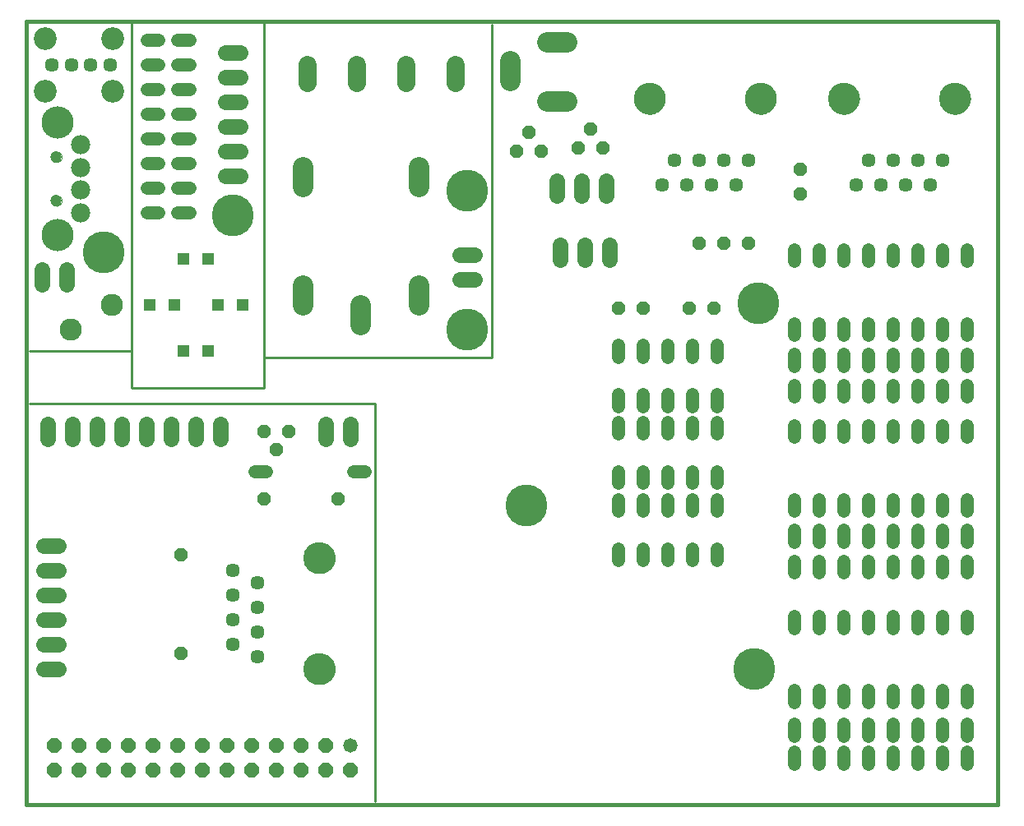
<source format=gts>
G75*
%MOIN*%
%OFA0B0*%
%FSLAX24Y24*%
%IPPOS*%
%LPD*%
%AMOC8*
5,1,8,0,0,1.08239X$1,22.5*
%
%ADD10C,0.0160*%
%ADD11C,0.0100*%
%ADD12C,0.0571*%
%ADD13C,0.0000*%
%ADD14C,0.1288*%
%ADD15OC8,0.0520*%
%ADD16C,0.0520*%
%ADD17C,0.0640*%
%ADD18C,0.0820*%
%ADD19C,0.0745*%
%ADD20C,0.0827*%
%ADD21C,0.0580*%
%ADD22OC8,0.0580*%
%ADD23C,0.0780*%
%ADD24C,0.1306*%
%ADD25C,0.0473*%
%ADD26C,0.0926*%
%ADD27C,0.0900*%
%ADD28R,0.0512X0.0512*%
%ADD29C,0.1700*%
D10*
X005898Y000275D02*
X005898Y032021D01*
X045268Y032021D01*
X045268Y000275D01*
X005898Y000275D01*
D11*
X020023Y000400D02*
X020023Y016525D01*
X006023Y016525D01*
X006023Y018650D02*
X010148Y018650D01*
X010148Y017150D01*
X015523Y017150D01*
X015523Y018400D01*
X024773Y018400D01*
X024773Y031900D01*
X015523Y032025D02*
X015523Y018400D01*
X010148Y018650D02*
X010148Y032025D01*
D12*
X009297Y030275D03*
X008510Y030275D03*
X007723Y030275D03*
X006935Y030275D03*
X031648Y025400D03*
X032648Y025400D03*
X033648Y025400D03*
X034648Y025400D03*
X035148Y026400D03*
X034148Y026400D03*
X033148Y026400D03*
X032148Y026400D03*
X039523Y025400D03*
X040523Y025400D03*
X041523Y025400D03*
X042523Y025400D03*
X043023Y026400D03*
X042023Y026400D03*
X041023Y026400D03*
X040023Y026400D03*
X015273Y009275D03*
X014273Y008775D03*
X015273Y008275D03*
X014273Y007775D03*
X015273Y007275D03*
X014273Y006775D03*
X015273Y006275D03*
X014273Y009775D03*
D13*
X017149Y010275D02*
X017151Y010325D01*
X017157Y010374D01*
X017167Y010422D01*
X017180Y010470D01*
X017198Y010517D01*
X017219Y010562D01*
X017243Y010605D01*
X017271Y010646D01*
X017302Y010684D01*
X017336Y010721D01*
X017373Y010754D01*
X017412Y010784D01*
X017454Y010811D01*
X017497Y010835D01*
X017543Y010855D01*
X017590Y010871D01*
X017638Y010884D01*
X017686Y010893D01*
X017736Y010898D01*
X017785Y010899D01*
X017835Y010896D01*
X017884Y010889D01*
X017933Y010878D01*
X017980Y010864D01*
X018026Y010845D01*
X018071Y010823D01*
X018113Y010798D01*
X018154Y010769D01*
X018192Y010738D01*
X018227Y010703D01*
X018260Y010665D01*
X018289Y010626D01*
X018315Y010583D01*
X018338Y010539D01*
X018357Y010494D01*
X018373Y010446D01*
X018385Y010398D01*
X018393Y010349D01*
X018397Y010300D01*
X018397Y010250D01*
X018393Y010201D01*
X018385Y010152D01*
X018373Y010104D01*
X018357Y010056D01*
X018338Y010011D01*
X018315Y009967D01*
X018289Y009924D01*
X018260Y009885D01*
X018227Y009847D01*
X018192Y009812D01*
X018154Y009781D01*
X018113Y009752D01*
X018071Y009727D01*
X018026Y009705D01*
X017980Y009686D01*
X017933Y009672D01*
X017884Y009661D01*
X017835Y009654D01*
X017785Y009651D01*
X017736Y009652D01*
X017686Y009657D01*
X017638Y009666D01*
X017590Y009679D01*
X017543Y009695D01*
X017497Y009715D01*
X017454Y009739D01*
X017412Y009766D01*
X017373Y009796D01*
X017336Y009829D01*
X017302Y009866D01*
X017271Y009904D01*
X017243Y009945D01*
X017219Y009988D01*
X017198Y010033D01*
X017180Y010080D01*
X017167Y010128D01*
X017157Y010176D01*
X017151Y010225D01*
X017149Y010275D01*
X017149Y005775D02*
X017151Y005825D01*
X017157Y005874D01*
X017167Y005922D01*
X017180Y005970D01*
X017198Y006017D01*
X017219Y006062D01*
X017243Y006105D01*
X017271Y006146D01*
X017302Y006184D01*
X017336Y006221D01*
X017373Y006254D01*
X017412Y006284D01*
X017454Y006311D01*
X017497Y006335D01*
X017543Y006355D01*
X017590Y006371D01*
X017638Y006384D01*
X017686Y006393D01*
X017736Y006398D01*
X017785Y006399D01*
X017835Y006396D01*
X017884Y006389D01*
X017933Y006378D01*
X017980Y006364D01*
X018026Y006345D01*
X018071Y006323D01*
X018113Y006298D01*
X018154Y006269D01*
X018192Y006238D01*
X018227Y006203D01*
X018260Y006165D01*
X018289Y006126D01*
X018315Y006083D01*
X018338Y006039D01*
X018357Y005994D01*
X018373Y005946D01*
X018385Y005898D01*
X018393Y005849D01*
X018397Y005800D01*
X018397Y005750D01*
X018393Y005701D01*
X018385Y005652D01*
X018373Y005604D01*
X018357Y005556D01*
X018338Y005511D01*
X018315Y005467D01*
X018289Y005424D01*
X018260Y005385D01*
X018227Y005347D01*
X018192Y005312D01*
X018154Y005281D01*
X018113Y005252D01*
X018071Y005227D01*
X018026Y005205D01*
X017980Y005186D01*
X017933Y005172D01*
X017884Y005161D01*
X017835Y005154D01*
X017785Y005151D01*
X017736Y005152D01*
X017686Y005157D01*
X017638Y005166D01*
X017590Y005179D01*
X017543Y005195D01*
X017497Y005215D01*
X017454Y005239D01*
X017412Y005266D01*
X017373Y005296D01*
X017336Y005329D01*
X017302Y005366D01*
X017271Y005404D01*
X017243Y005445D01*
X017219Y005488D01*
X017198Y005533D01*
X017180Y005580D01*
X017167Y005628D01*
X017157Y005676D01*
X017151Y005725D01*
X017149Y005775D01*
X006892Y024764D02*
X006894Y024793D01*
X006900Y024821D01*
X006909Y024849D01*
X006922Y024875D01*
X006939Y024898D01*
X006958Y024920D01*
X006980Y024939D01*
X007005Y024954D01*
X007031Y024967D01*
X007059Y024975D01*
X007087Y024980D01*
X007116Y024981D01*
X007145Y024978D01*
X007173Y024971D01*
X007200Y024961D01*
X007226Y024947D01*
X007249Y024930D01*
X007270Y024910D01*
X007288Y024887D01*
X007303Y024862D01*
X007314Y024835D01*
X007322Y024807D01*
X007326Y024778D01*
X007326Y024750D01*
X007322Y024721D01*
X007314Y024693D01*
X007303Y024666D01*
X007288Y024641D01*
X007270Y024618D01*
X007249Y024598D01*
X007226Y024581D01*
X007200Y024567D01*
X007173Y024557D01*
X007145Y024550D01*
X007116Y024547D01*
X007087Y024548D01*
X007059Y024553D01*
X007031Y024561D01*
X007005Y024574D01*
X006980Y024589D01*
X006958Y024608D01*
X006939Y024630D01*
X006922Y024653D01*
X006909Y024679D01*
X006900Y024707D01*
X006894Y024735D01*
X006892Y024764D01*
X006892Y026536D02*
X006894Y026565D01*
X006900Y026593D01*
X006909Y026621D01*
X006922Y026647D01*
X006939Y026670D01*
X006958Y026692D01*
X006980Y026711D01*
X007005Y026726D01*
X007031Y026739D01*
X007059Y026747D01*
X007087Y026752D01*
X007116Y026753D01*
X007145Y026750D01*
X007173Y026743D01*
X007200Y026733D01*
X007226Y026719D01*
X007249Y026702D01*
X007270Y026682D01*
X007288Y026659D01*
X007303Y026634D01*
X007314Y026607D01*
X007322Y026579D01*
X007326Y026550D01*
X007326Y026522D01*
X007322Y026493D01*
X007314Y026465D01*
X007303Y026438D01*
X007288Y026413D01*
X007270Y026390D01*
X007249Y026370D01*
X007226Y026353D01*
X007200Y026339D01*
X007173Y026329D01*
X007145Y026322D01*
X007116Y026319D01*
X007087Y026320D01*
X007059Y026325D01*
X007031Y026333D01*
X007005Y026346D01*
X006980Y026361D01*
X006958Y026380D01*
X006939Y026402D01*
X006922Y026425D01*
X006909Y026451D01*
X006900Y026479D01*
X006894Y026507D01*
X006892Y026536D01*
X030524Y028900D02*
X030526Y028950D01*
X030532Y028999D01*
X030542Y029047D01*
X030555Y029095D01*
X030573Y029142D01*
X030594Y029187D01*
X030618Y029230D01*
X030646Y029271D01*
X030677Y029309D01*
X030711Y029346D01*
X030748Y029379D01*
X030787Y029409D01*
X030829Y029436D01*
X030872Y029460D01*
X030918Y029480D01*
X030965Y029496D01*
X031013Y029509D01*
X031061Y029518D01*
X031111Y029523D01*
X031160Y029524D01*
X031210Y029521D01*
X031259Y029514D01*
X031308Y029503D01*
X031355Y029489D01*
X031401Y029470D01*
X031446Y029448D01*
X031488Y029423D01*
X031529Y029394D01*
X031567Y029363D01*
X031602Y029328D01*
X031635Y029290D01*
X031664Y029251D01*
X031690Y029208D01*
X031713Y029164D01*
X031732Y029119D01*
X031748Y029071D01*
X031760Y029023D01*
X031768Y028974D01*
X031772Y028925D01*
X031772Y028875D01*
X031768Y028826D01*
X031760Y028777D01*
X031748Y028729D01*
X031732Y028681D01*
X031713Y028636D01*
X031690Y028592D01*
X031664Y028549D01*
X031635Y028510D01*
X031602Y028472D01*
X031567Y028437D01*
X031529Y028406D01*
X031488Y028377D01*
X031446Y028352D01*
X031401Y028330D01*
X031355Y028311D01*
X031308Y028297D01*
X031259Y028286D01*
X031210Y028279D01*
X031160Y028276D01*
X031111Y028277D01*
X031061Y028282D01*
X031013Y028291D01*
X030965Y028304D01*
X030918Y028320D01*
X030872Y028340D01*
X030829Y028364D01*
X030787Y028391D01*
X030748Y028421D01*
X030711Y028454D01*
X030677Y028491D01*
X030646Y028529D01*
X030618Y028570D01*
X030594Y028613D01*
X030573Y028658D01*
X030555Y028705D01*
X030542Y028753D01*
X030532Y028801D01*
X030526Y028850D01*
X030524Y028900D01*
X035024Y028900D02*
X035026Y028950D01*
X035032Y028999D01*
X035042Y029047D01*
X035055Y029095D01*
X035073Y029142D01*
X035094Y029187D01*
X035118Y029230D01*
X035146Y029271D01*
X035177Y029309D01*
X035211Y029346D01*
X035248Y029379D01*
X035287Y029409D01*
X035329Y029436D01*
X035372Y029460D01*
X035418Y029480D01*
X035465Y029496D01*
X035513Y029509D01*
X035561Y029518D01*
X035611Y029523D01*
X035660Y029524D01*
X035710Y029521D01*
X035759Y029514D01*
X035808Y029503D01*
X035855Y029489D01*
X035901Y029470D01*
X035946Y029448D01*
X035988Y029423D01*
X036029Y029394D01*
X036067Y029363D01*
X036102Y029328D01*
X036135Y029290D01*
X036164Y029251D01*
X036190Y029208D01*
X036213Y029164D01*
X036232Y029119D01*
X036248Y029071D01*
X036260Y029023D01*
X036268Y028974D01*
X036272Y028925D01*
X036272Y028875D01*
X036268Y028826D01*
X036260Y028777D01*
X036248Y028729D01*
X036232Y028681D01*
X036213Y028636D01*
X036190Y028592D01*
X036164Y028549D01*
X036135Y028510D01*
X036102Y028472D01*
X036067Y028437D01*
X036029Y028406D01*
X035988Y028377D01*
X035946Y028352D01*
X035901Y028330D01*
X035855Y028311D01*
X035808Y028297D01*
X035759Y028286D01*
X035710Y028279D01*
X035660Y028276D01*
X035611Y028277D01*
X035561Y028282D01*
X035513Y028291D01*
X035465Y028304D01*
X035418Y028320D01*
X035372Y028340D01*
X035329Y028364D01*
X035287Y028391D01*
X035248Y028421D01*
X035211Y028454D01*
X035177Y028491D01*
X035146Y028529D01*
X035118Y028570D01*
X035094Y028613D01*
X035073Y028658D01*
X035055Y028705D01*
X035042Y028753D01*
X035032Y028801D01*
X035026Y028850D01*
X035024Y028900D01*
X038399Y028900D02*
X038401Y028950D01*
X038407Y028999D01*
X038417Y029047D01*
X038430Y029095D01*
X038448Y029142D01*
X038469Y029187D01*
X038493Y029230D01*
X038521Y029271D01*
X038552Y029309D01*
X038586Y029346D01*
X038623Y029379D01*
X038662Y029409D01*
X038704Y029436D01*
X038747Y029460D01*
X038793Y029480D01*
X038840Y029496D01*
X038888Y029509D01*
X038936Y029518D01*
X038986Y029523D01*
X039035Y029524D01*
X039085Y029521D01*
X039134Y029514D01*
X039183Y029503D01*
X039230Y029489D01*
X039276Y029470D01*
X039321Y029448D01*
X039363Y029423D01*
X039404Y029394D01*
X039442Y029363D01*
X039477Y029328D01*
X039510Y029290D01*
X039539Y029251D01*
X039565Y029208D01*
X039588Y029164D01*
X039607Y029119D01*
X039623Y029071D01*
X039635Y029023D01*
X039643Y028974D01*
X039647Y028925D01*
X039647Y028875D01*
X039643Y028826D01*
X039635Y028777D01*
X039623Y028729D01*
X039607Y028681D01*
X039588Y028636D01*
X039565Y028592D01*
X039539Y028549D01*
X039510Y028510D01*
X039477Y028472D01*
X039442Y028437D01*
X039404Y028406D01*
X039363Y028377D01*
X039321Y028352D01*
X039276Y028330D01*
X039230Y028311D01*
X039183Y028297D01*
X039134Y028286D01*
X039085Y028279D01*
X039035Y028276D01*
X038986Y028277D01*
X038936Y028282D01*
X038888Y028291D01*
X038840Y028304D01*
X038793Y028320D01*
X038747Y028340D01*
X038704Y028364D01*
X038662Y028391D01*
X038623Y028421D01*
X038586Y028454D01*
X038552Y028491D01*
X038521Y028529D01*
X038493Y028570D01*
X038469Y028613D01*
X038448Y028658D01*
X038430Y028705D01*
X038417Y028753D01*
X038407Y028801D01*
X038401Y028850D01*
X038399Y028900D01*
X042899Y028900D02*
X042901Y028950D01*
X042907Y028999D01*
X042917Y029047D01*
X042930Y029095D01*
X042948Y029142D01*
X042969Y029187D01*
X042993Y029230D01*
X043021Y029271D01*
X043052Y029309D01*
X043086Y029346D01*
X043123Y029379D01*
X043162Y029409D01*
X043204Y029436D01*
X043247Y029460D01*
X043293Y029480D01*
X043340Y029496D01*
X043388Y029509D01*
X043436Y029518D01*
X043486Y029523D01*
X043535Y029524D01*
X043585Y029521D01*
X043634Y029514D01*
X043683Y029503D01*
X043730Y029489D01*
X043776Y029470D01*
X043821Y029448D01*
X043863Y029423D01*
X043904Y029394D01*
X043942Y029363D01*
X043977Y029328D01*
X044010Y029290D01*
X044039Y029251D01*
X044065Y029208D01*
X044088Y029164D01*
X044107Y029119D01*
X044123Y029071D01*
X044135Y029023D01*
X044143Y028974D01*
X044147Y028925D01*
X044147Y028875D01*
X044143Y028826D01*
X044135Y028777D01*
X044123Y028729D01*
X044107Y028681D01*
X044088Y028636D01*
X044065Y028592D01*
X044039Y028549D01*
X044010Y028510D01*
X043977Y028472D01*
X043942Y028437D01*
X043904Y028406D01*
X043863Y028377D01*
X043821Y028352D01*
X043776Y028330D01*
X043730Y028311D01*
X043683Y028297D01*
X043634Y028286D01*
X043585Y028279D01*
X043535Y028276D01*
X043486Y028277D01*
X043436Y028282D01*
X043388Y028291D01*
X043340Y028304D01*
X043293Y028320D01*
X043247Y028340D01*
X043204Y028364D01*
X043162Y028391D01*
X043123Y028421D01*
X043086Y028454D01*
X043052Y028491D01*
X043021Y028529D01*
X042993Y028570D01*
X042969Y028613D01*
X042948Y028658D01*
X042930Y028705D01*
X042917Y028753D01*
X042907Y028801D01*
X042901Y028850D01*
X042899Y028900D01*
D14*
X043523Y028900D03*
X039023Y028900D03*
X035648Y028900D03*
X031148Y028900D03*
X017773Y010275D03*
X017773Y005775D03*
D15*
X012148Y006400D03*
X012148Y010400D03*
X015523Y012650D03*
X016023Y014650D03*
X016523Y015400D03*
X015523Y015400D03*
X018523Y012650D03*
X029898Y020400D03*
X030898Y020400D03*
X032773Y020400D03*
X033773Y020400D03*
X034148Y023025D03*
X035148Y023025D03*
X033148Y023025D03*
X037273Y025025D03*
X037273Y026025D03*
X029273Y026900D03*
X028773Y027650D03*
X028273Y026900D03*
X026773Y026775D03*
X026273Y027525D03*
X025773Y026775D03*
D16*
X029898Y018890D02*
X029898Y018410D01*
X030898Y018410D02*
X030898Y018890D01*
X031898Y018890D02*
X031898Y018410D01*
X032898Y018410D02*
X032898Y018890D01*
X033898Y018890D02*
X033898Y018410D01*
X033898Y016890D02*
X033898Y016410D01*
X033898Y015765D02*
X033898Y015285D01*
X032898Y015285D02*
X032898Y015765D01*
X032898Y016410D02*
X032898Y016890D01*
X031898Y016890D02*
X031898Y016410D01*
X031898Y015765D02*
X031898Y015285D01*
X030898Y015285D02*
X030898Y015765D01*
X030898Y016410D02*
X030898Y016890D01*
X029898Y016890D02*
X029898Y016410D01*
X029898Y015765D02*
X029898Y015285D01*
X029898Y013765D02*
X029898Y013285D01*
X029898Y012640D02*
X029898Y012160D01*
X030898Y012160D02*
X030898Y012640D01*
X030898Y013285D02*
X030898Y013765D01*
X031898Y013765D02*
X031898Y013285D01*
X031898Y012640D02*
X031898Y012160D01*
X032898Y012160D02*
X032898Y012640D01*
X032898Y013285D02*
X032898Y013765D01*
X033898Y013765D02*
X033898Y013285D01*
X033898Y012640D02*
X033898Y012160D01*
X033898Y010640D02*
X033898Y010160D01*
X032898Y010160D02*
X032898Y010640D01*
X031898Y010640D02*
X031898Y010160D01*
X030898Y010160D02*
X030898Y010640D01*
X029898Y010640D02*
X029898Y010160D01*
X037023Y010140D02*
X037023Y009660D01*
X038023Y009660D02*
X038023Y010140D01*
X038023Y010910D02*
X038023Y011390D01*
X038023Y012160D02*
X038023Y012640D01*
X039023Y012640D02*
X039023Y012160D01*
X039023Y011390D02*
X039023Y010910D01*
X039023Y010140D02*
X039023Y009660D01*
X040023Y009660D02*
X040023Y010140D01*
X040023Y010910D02*
X040023Y011390D01*
X040023Y012160D02*
X040023Y012640D01*
X041023Y012640D02*
X041023Y012160D01*
X041023Y011390D02*
X041023Y010910D01*
X041023Y010140D02*
X041023Y009660D01*
X042023Y009660D02*
X042023Y010140D01*
X042023Y010910D02*
X042023Y011390D01*
X042023Y012160D02*
X042023Y012640D01*
X043023Y012640D02*
X043023Y012160D01*
X043023Y011390D02*
X043023Y010910D01*
X043023Y010140D02*
X043023Y009660D01*
X044023Y009660D02*
X044023Y010140D01*
X044023Y010910D02*
X044023Y011390D01*
X044023Y012160D02*
X044023Y012640D01*
X044023Y015160D02*
X044023Y015640D01*
X043023Y015640D02*
X043023Y015160D01*
X042023Y015160D02*
X042023Y015640D01*
X041023Y015640D02*
X041023Y015160D01*
X040023Y015160D02*
X040023Y015640D01*
X039023Y015640D02*
X039023Y015160D01*
X038023Y015160D02*
X038023Y015640D01*
X037023Y015640D02*
X037023Y015160D01*
X037023Y016785D02*
X037023Y017265D01*
X037023Y018035D02*
X037023Y018515D01*
X038023Y018515D02*
X038023Y018035D01*
X038023Y017265D02*
X038023Y016785D01*
X039023Y016785D02*
X039023Y017265D01*
X039023Y018035D02*
X039023Y018515D01*
X039023Y019285D02*
X039023Y019765D01*
X038023Y019765D02*
X038023Y019285D01*
X037023Y019285D02*
X037023Y019765D01*
X037023Y022285D02*
X037023Y022765D01*
X038023Y022765D02*
X038023Y022285D01*
X039023Y022285D02*
X039023Y022765D01*
X040023Y022765D02*
X040023Y022285D01*
X041023Y022285D02*
X041023Y022765D01*
X042023Y022765D02*
X042023Y022285D01*
X043023Y022285D02*
X043023Y022765D01*
X044023Y022765D02*
X044023Y022285D01*
X044023Y019765D02*
X044023Y019285D01*
X043023Y019285D02*
X043023Y019765D01*
X042023Y019765D02*
X042023Y019285D01*
X041023Y019285D02*
X041023Y019765D01*
X040023Y019765D02*
X040023Y019285D01*
X040023Y018515D02*
X040023Y018035D01*
X040023Y017265D02*
X040023Y016785D01*
X041023Y016785D02*
X041023Y017265D01*
X041023Y018035D02*
X041023Y018515D01*
X042023Y018515D02*
X042023Y018035D01*
X042023Y017265D02*
X042023Y016785D01*
X043023Y016785D02*
X043023Y017265D01*
X043023Y018035D02*
X043023Y018515D01*
X044023Y018515D02*
X044023Y018035D01*
X044023Y017265D02*
X044023Y016785D01*
X037023Y012640D02*
X037023Y012160D01*
X037023Y011390D02*
X037023Y010910D01*
X037023Y007890D02*
X037023Y007410D01*
X038023Y007410D02*
X038023Y007890D01*
X039023Y007890D02*
X039023Y007410D01*
X040023Y007410D02*
X040023Y007890D01*
X041023Y007890D02*
X041023Y007410D01*
X042023Y007410D02*
X042023Y007890D01*
X043023Y007890D02*
X043023Y007410D01*
X044023Y007410D02*
X044023Y007890D01*
X044023Y004890D02*
X044023Y004410D01*
X044023Y003515D02*
X044023Y003035D01*
X044023Y002390D02*
X044023Y001910D01*
X043023Y001910D02*
X043023Y002390D01*
X043023Y003035D02*
X043023Y003515D01*
X043023Y004410D02*
X043023Y004890D01*
X042023Y004890D02*
X042023Y004410D01*
X042023Y003515D02*
X042023Y003035D01*
X042023Y002390D02*
X042023Y001910D01*
X041023Y001910D02*
X041023Y002390D01*
X041023Y003035D02*
X041023Y003515D01*
X041023Y004410D02*
X041023Y004890D01*
X040023Y004890D02*
X040023Y004410D01*
X040023Y003515D02*
X040023Y003035D01*
X040023Y002390D02*
X040023Y001910D01*
X039023Y001910D02*
X039023Y002390D01*
X039023Y003035D02*
X039023Y003515D01*
X039023Y004410D02*
X039023Y004890D01*
X038023Y004890D02*
X038023Y004410D01*
X038023Y003515D02*
X038023Y003035D01*
X038023Y002390D02*
X038023Y001910D01*
X037023Y001910D02*
X037023Y002390D01*
X037023Y003035D02*
X037023Y003515D01*
X037023Y004410D02*
X037023Y004890D01*
X019638Y013775D02*
X019158Y013775D01*
X015638Y013775D02*
X015158Y013775D01*
X012513Y024275D02*
X012033Y024275D01*
X011263Y024275D02*
X010783Y024275D01*
X010783Y025275D02*
X011263Y025275D01*
X012033Y025275D02*
X012513Y025275D01*
X012513Y026275D02*
X012033Y026275D01*
X011263Y026275D02*
X010783Y026275D01*
X010783Y027275D02*
X011263Y027275D01*
X012033Y027275D02*
X012513Y027275D01*
X012513Y028275D02*
X012033Y028275D01*
X011263Y028275D02*
X010783Y028275D01*
X010783Y029275D02*
X011263Y029275D01*
X012033Y029275D02*
X012513Y029275D01*
X012513Y030275D02*
X012033Y030275D01*
X011263Y030275D02*
X010783Y030275D01*
X010783Y031275D02*
X011263Y031275D01*
X012033Y031275D02*
X012513Y031275D01*
D17*
X013973Y030775D02*
X014573Y030775D01*
X014573Y029775D02*
X013973Y029775D01*
X013973Y028775D02*
X014573Y028775D01*
X014573Y027775D02*
X013973Y027775D01*
X013973Y026775D02*
X014573Y026775D01*
X014573Y025775D02*
X013973Y025775D01*
X007523Y021950D02*
X007523Y021350D01*
X006523Y021350D02*
X006523Y021950D01*
X006773Y015700D02*
X006773Y015100D01*
X007773Y015100D02*
X007773Y015700D01*
X008773Y015700D02*
X008773Y015100D01*
X009773Y015100D02*
X009773Y015700D01*
X010773Y015700D02*
X010773Y015100D01*
X011773Y015100D02*
X011773Y015700D01*
X012773Y015700D02*
X012773Y015100D01*
X013773Y015100D02*
X013773Y015700D01*
X018023Y015700D02*
X018023Y015100D01*
X019023Y015100D02*
X019023Y015700D01*
X023471Y021570D02*
X024071Y021570D01*
X024071Y022570D02*
X023471Y022570D01*
X027523Y022350D02*
X027523Y022950D01*
X028523Y022950D02*
X028523Y022350D01*
X029523Y022350D02*
X029523Y022950D01*
X029398Y024975D02*
X029398Y025575D01*
X028398Y025575D02*
X028398Y024975D01*
X027398Y024975D02*
X027398Y025575D01*
X007198Y010775D02*
X006598Y010775D01*
X006598Y009775D02*
X007198Y009775D01*
X007198Y008775D02*
X006598Y008775D01*
X006598Y007775D02*
X007198Y007775D01*
X007198Y006775D02*
X006598Y006775D01*
X006598Y005775D02*
X007198Y005775D01*
D18*
X019444Y019741D02*
X019444Y020521D01*
X017094Y020541D02*
X017094Y021321D01*
X021794Y021321D02*
X021794Y020541D01*
X021794Y025341D02*
X021794Y026121D01*
X017094Y026121D02*
X017094Y025341D01*
D19*
X017302Y029544D02*
X017302Y030249D01*
X019302Y030249D02*
X019302Y029544D01*
X021302Y029544D02*
X021302Y030249D01*
X023302Y030249D02*
X023302Y029544D01*
D20*
X025508Y029631D02*
X025508Y030419D01*
X027004Y031206D02*
X027792Y031206D01*
X027792Y028805D02*
X027004Y028805D01*
D21*
X019023Y002650D03*
D22*
X018023Y002650D03*
X017023Y002650D03*
X016023Y002650D03*
X015023Y002650D03*
X015023Y001650D03*
X016023Y001650D03*
X017023Y001650D03*
X018023Y001650D03*
X019023Y001650D03*
X014023Y001650D03*
X013023Y001650D03*
X012023Y001650D03*
X011023Y001650D03*
X010023Y001650D03*
X010023Y002650D03*
X011023Y002650D03*
X012023Y002650D03*
X013023Y002650D03*
X014023Y002650D03*
X009023Y002650D03*
X008023Y002650D03*
X007023Y002650D03*
X007023Y001650D03*
X008023Y001650D03*
X009023Y001650D03*
D23*
X008093Y024272D03*
X008093Y025206D03*
X008093Y026094D03*
X008093Y027028D03*
D24*
X007148Y027933D03*
X007148Y023367D03*
D25*
X007109Y024764D03*
X007109Y026536D03*
D26*
X006648Y029204D03*
X006648Y031346D03*
X009404Y031346D03*
X009404Y029204D03*
D27*
X009365Y020525D03*
X007681Y019525D03*
D28*
X010898Y020525D03*
X011898Y020525D03*
X013648Y020525D03*
X014648Y020525D03*
X013273Y018650D03*
X012273Y018650D03*
X012273Y022400D03*
X013273Y022400D03*
D29*
X014273Y024150D03*
X009023Y022650D03*
X023773Y025150D03*
X023773Y019525D03*
X026148Y012400D03*
X035398Y005775D03*
X035547Y020605D03*
M02*

</source>
